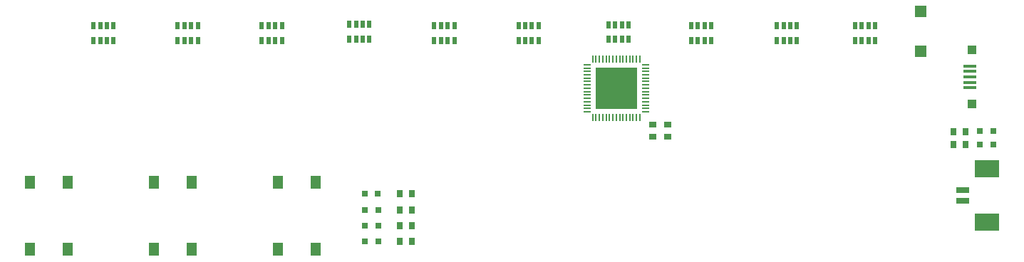
<source format=gbp>
G04*
G04 #@! TF.GenerationSoftware,Altium Limited,Altium Designer,19.0.14 (431)*
G04*
G04 Layer_Color=128*
%FSLAX44Y44*%
%MOMM*%
G71*
G01*
G75*
%ADD12R,0.8000X0.9000*%
%ADD13R,0.9000X0.8000*%
%ADD48R,1.6000X0.4000*%
%ADD49R,1.0000X1.0000*%
%ADD50R,0.5300X0.9700*%
%ADD51R,4.9500X4.9500*%
%ADD52R,0.8400X0.2200*%
%ADD53R,0.2200X0.8400*%
%ADD54R,1.3500X1.3500*%
%ADD55R,1.6000X0.8000*%
%ADD56R,3.0000X2.1000*%
%ADD57R,0.8000X0.8000*%
%ADD58R,1.3000X1.5499*%
G36*
X2043824Y1423154D02*
X2025424D01*
Y1404754D01*
X2043824D01*
Y1423154D01*
D02*
G37*
G36*
Y1447954D02*
X2025424D01*
Y1429554D01*
X2043824D01*
Y1447954D01*
D02*
G37*
G36*
X2068624Y1423154D02*
X2050224D01*
Y1404754D01*
X2068624D01*
Y1423154D01*
D02*
G37*
G36*
Y1447954D02*
X2050224D01*
Y1429554D01*
X2068624D01*
Y1447954D01*
D02*
G37*
D12*
X2448024Y1374554D02*
D03*
X2462024D02*
D03*
X2462024Y1359054D02*
D03*
X2448024D02*
D03*
X1804024Y1301054D02*
D03*
X1790024D02*
D03*
X1804024Y1281554D02*
D03*
X1790024D02*
D03*
X1804024Y1262804D02*
D03*
X1790024D02*
D03*
X1804024Y1244554D02*
D03*
X1790024D02*
D03*
D13*
X2090274Y1382804D02*
D03*
Y1368804D02*
D03*
X2108024Y1383054D02*
D03*
Y1369054D02*
D03*
D48*
X2467194Y1433354D02*
D03*
Y1426854D02*
D03*
Y1439854D02*
D03*
Y1446354D02*
D03*
Y1452854D02*
D03*
D49*
X2469794Y1471754D02*
D03*
Y1407954D02*
D03*
D50*
X1649774Y1500804D02*
D03*
X1641774D02*
D03*
X1633774D02*
D03*
X1625774D02*
D03*
X1649774Y1483304D02*
D03*
X1641774D02*
D03*
X1633774D02*
D03*
X1625774D02*
D03*
X1753774Y1502054D02*
D03*
X1745774D02*
D03*
X1737774D02*
D03*
X1729774D02*
D03*
X1753774Y1484554D02*
D03*
X1745774D02*
D03*
X1737774D02*
D03*
X1729774D02*
D03*
X2061774Y1501804D02*
D03*
X2053774D02*
D03*
X2045774D02*
D03*
X2037774D02*
D03*
X2061774Y1484304D02*
D03*
X2053774D02*
D03*
X2045774D02*
D03*
X2037774D02*
D03*
X2159774Y1500804D02*
D03*
X2151774D02*
D03*
X2143774D02*
D03*
X2135774D02*
D03*
X2159774Y1483304D02*
D03*
X2151774D02*
D03*
X2143774D02*
D03*
X2135774D02*
D03*
X1449774Y1500804D02*
D03*
X1441774D02*
D03*
X1433774D02*
D03*
X1425774D02*
D03*
X1449774Y1483304D02*
D03*
X1441774D02*
D03*
X1433774D02*
D03*
X1425774D02*
D03*
X1549774Y1500804D02*
D03*
X1541774D02*
D03*
X1533774D02*
D03*
X1525774D02*
D03*
X1549774Y1483304D02*
D03*
X1541774D02*
D03*
X1533774D02*
D03*
X1525774D02*
D03*
X1854774Y1500804D02*
D03*
X1846774D02*
D03*
X1838774D02*
D03*
X1830774D02*
D03*
X1854774Y1483304D02*
D03*
X1846774D02*
D03*
X1838774D02*
D03*
X1830774D02*
D03*
X1954774Y1500804D02*
D03*
X1946774D02*
D03*
X1938774D02*
D03*
X1930774D02*
D03*
X1954774Y1483304D02*
D03*
X1946774D02*
D03*
X1938774D02*
D03*
X1930774D02*
D03*
X2261774Y1500804D02*
D03*
X2253774D02*
D03*
X2245774D02*
D03*
X2237774D02*
D03*
X2261774Y1483304D02*
D03*
X2253774D02*
D03*
X2245774D02*
D03*
X2237774D02*
D03*
X2354774Y1500804D02*
D03*
X2346774D02*
D03*
X2338774D02*
D03*
X2330774D02*
D03*
X2354774Y1483304D02*
D03*
X2346774D02*
D03*
X2338774D02*
D03*
X2330774D02*
D03*
D51*
X2047024Y1426354D02*
D03*
D52*
X2012574Y1454354D02*
D03*
Y1450354D02*
D03*
Y1446354D02*
D03*
Y1442354D02*
D03*
Y1438354D02*
D03*
Y1434354D02*
D03*
Y1430354D02*
D03*
Y1426354D02*
D03*
Y1422354D02*
D03*
Y1418354D02*
D03*
Y1414354D02*
D03*
Y1410354D02*
D03*
Y1406354D02*
D03*
Y1402354D02*
D03*
Y1398354D02*
D03*
X2081474D02*
D03*
Y1402354D02*
D03*
Y1406354D02*
D03*
Y1410354D02*
D03*
Y1414354D02*
D03*
Y1418354D02*
D03*
Y1422354D02*
D03*
Y1426354D02*
D03*
Y1430354D02*
D03*
Y1434354D02*
D03*
Y1438354D02*
D03*
Y1442354D02*
D03*
Y1446354D02*
D03*
Y1450354D02*
D03*
Y1454354D02*
D03*
D53*
X2075024Y1460804D02*
D03*
X2071024D02*
D03*
X2067024D02*
D03*
X2063024D02*
D03*
X2059024D02*
D03*
X2055024D02*
D03*
X2051024D02*
D03*
X2047024D02*
D03*
X2043024D02*
D03*
X2039024D02*
D03*
X2035024D02*
D03*
X2031024D02*
D03*
X2027024D02*
D03*
X2023024D02*
D03*
X2019024D02*
D03*
Y1391904D02*
D03*
X2023024D02*
D03*
X2027024D02*
D03*
X2031024D02*
D03*
X2035024D02*
D03*
X2039024D02*
D03*
X2043024D02*
D03*
X2047024D02*
D03*
X2051024D02*
D03*
X2055024D02*
D03*
X2059024D02*
D03*
X2063024D02*
D03*
X2067024D02*
D03*
X2071024D02*
D03*
X2075024D02*
D03*
D54*
X2409024Y1517554D02*
D03*
Y1470554D02*
D03*
D55*
X2458274Y1305304D02*
D03*
Y1292804D02*
D03*
D56*
X2487274Y1330804D02*
D03*
Y1267304D02*
D03*
D57*
X2495394Y1375054D02*
D03*
X2479394D02*
D03*
X2495394Y1359054D02*
D03*
X2479394D02*
D03*
X1748004Y1262554D02*
D03*
X1764004D02*
D03*
X1748004Y1281554D02*
D03*
X1764004D02*
D03*
X1748004Y1244304D02*
D03*
X1764004D02*
D03*
X1747904Y1301054D02*
D03*
X1763904D02*
D03*
D58*
X1395273Y1234853D02*
D03*
Y1314355D02*
D03*
X1350274Y1234853D02*
D03*
Y1314355D02*
D03*
X1690273Y1234853D02*
D03*
Y1314355D02*
D03*
X1645274Y1234853D02*
D03*
Y1314355D02*
D03*
X1542773Y1234853D02*
D03*
Y1314355D02*
D03*
X1497774Y1234853D02*
D03*
Y1314355D02*
D03*
M02*

</source>
